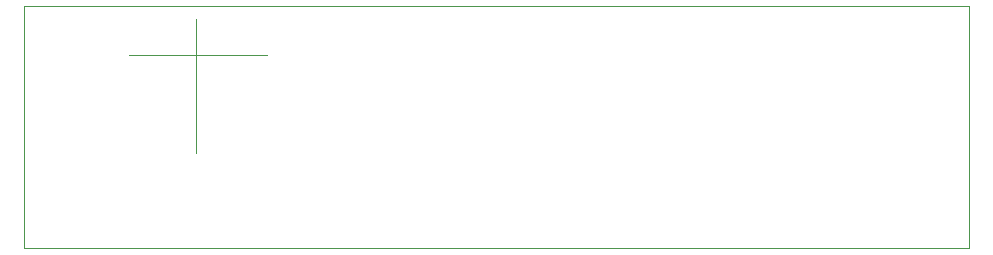
<source format=gbr>
%TF.GenerationSoftware,KiCad,Pcbnew,6.0.11+dfsg-1~bpo11+1*%
%TF.CreationDate,2023-04-14T13:04:02+02:00*%
%TF.ProjectId,IR-diode-general,49522d64-696f-4646-952d-67656e657261,rev?*%
%TF.SameCoordinates,Original*%
%TF.FileFunction,OtherDrawing,Comment*%
%FSLAX46Y46*%
G04 Gerber Fmt 4.6, Leading zero omitted, Abs format (unit mm)*
G04 Created by KiCad (PCBNEW 6.0.11+dfsg-1~bpo11+1) date 2023-04-14 13:04:02 commit 5e22265*
%MOMM*%
%LPD*%
G01*
G04 APERTURE LIST*
%TA.AperFunction,Profile*%
%ADD10C,0.100000*%
%TD*%
%ADD11C,0.120000*%
G04 APERTURE END LIST*
D10*
X85000000Y-40500000D02*
X165000000Y-40500000D01*
X165000000Y-40500000D02*
X165000000Y-61000000D01*
X165000000Y-61000000D02*
X85000000Y-61000000D01*
X85000000Y-61000000D02*
X85000000Y-40500000D01*
D11*
%TO.C,POT1*%
X93859600Y-44611800D02*
X105594400Y-44611800D01*
X99574600Y-41625400D02*
X99574600Y-52903000D01*
%TD*%
M02*

</source>
